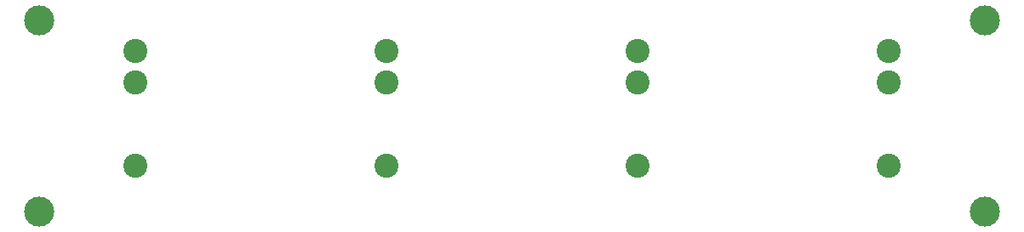
<source format=gbr>
G04 DipTrace 3.3.1.3*
G04 BottomMask.gbr*
%MOIN*%
G04 #@! TF.FileFunction,Soldermask,Bot*
G04 #@! TF.Part,Single*
%ADD35C,0.11811*%
%ADD38C,0.094488*%
%FSLAX26Y26*%
G04*
G70*
G90*
G75*
G01*
G04 BotMask*
%LPD*%
D35*
X511811Y511811D3*
Y1259843D3*
X4212598D3*
Y511811D3*
D38*
X885827Y692126D3*
Y1018898D3*
Y1140945D3*
X1870079Y692126D3*
Y1018898D3*
Y1140945D3*
X2854331Y692126D3*
Y1018898D3*
Y1140945D3*
X3838583Y692126D3*
Y1018898D3*
Y1140945D3*
M02*

</source>
